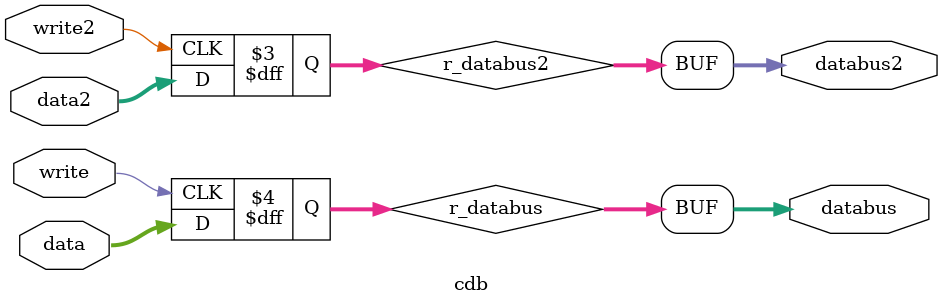
<source format=v>
`include "DEF.v"
module cdb(databus, data, write, databus2, data2, write2);
  output [63:0] databus, databus2;
  input [63:0] data, data2;
  input write, write2;
  reg [63:0] r_databus, r_databus2;
  assign databus = r_databus;
  assign databus2 = r_databus2;
  
  always @(posedge write)
  begin
    r_databus <= data;
    /*
    $display("CDB!!!!!! %d %d\n", data[63:48], data[31:0]);
    $stop;
    */
  end
  
  always @(posedge write2)
  begin
    r_databus2 <= data2;
    /*
    $display("CDB!!!!!! %d %d\n", data[63:48], data[31:0]);
    $stop;
    */
  end
endmodule
</source>
